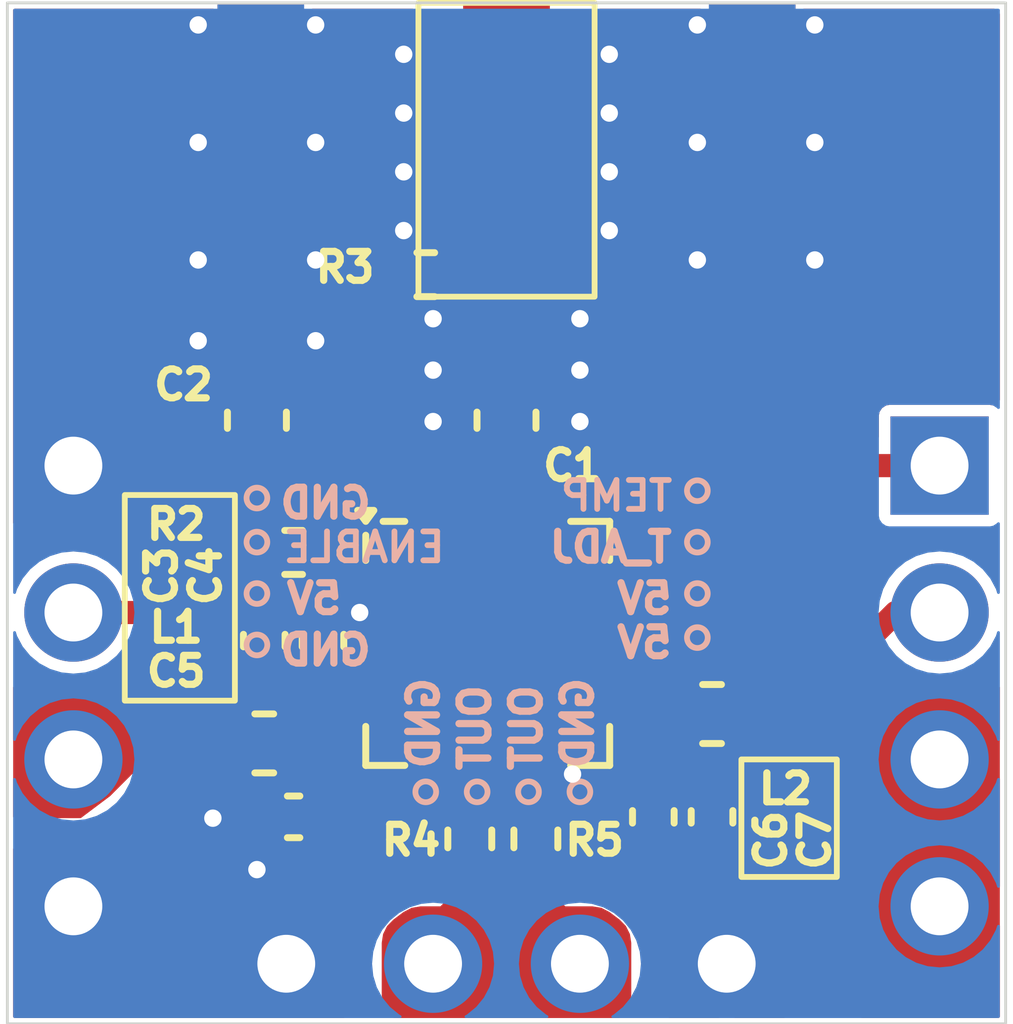
<source format=kicad_pcb>
(kicad_pcb (version 20240108) (generator "pcbnew") (generator_version "8.0")
  (layers (0 "F.Cu" signal) (31 "B.Cu" signal) (34 "B.Paste" user) (35 "F.Paste" user) (36 "B.SilkS" user "B.Silkscreen") (37 "F.SilkS" user "F.Silkscreen") (38 "B.Mask" user) (39 "F.Mask" user) (44 "Edge.Cuts" user))
  (net 0 "")
  (net 1 "Net-(U1-INHI)")
  (net 2 "Net-(J1-In)")
  (net 3 "GNDA")
  (net 4 "Net-(U1-INLO)")
  (net 5 "Net-(C3-Pad2)")
  (net 6 "Net-(U1-CLPF)")
  (net 7 "Net-(U1-VPSO)")
  (net 8 "+5V")
  (net 9 "Net-(U1-ENABLE)")
  (net 10 "ADC1_IN0_DET1")
  (net 11 "Net-(U1-VOUT)")
  (net 12 "T_ADJ_1")
  (net 13 "ADC3_IN3_TEMP")
  (footprint "Resistor_SMD:R_0402_1005Metric" (layer "F.Cu") (at 48.768 30.607 180)
    (property "Reference" "R3" (at 1.397 0.127 180) (layer "F.SilkS") (effects (font (size 0.5 0.5) (thickness 0.125))))
    (property "Value" "R")
    (fp_line (start -0.153641 0.38) (end 0.153641 0.38) (stroke (width 0.12)) (layer "F.SilkS"))
    (fp_line (start -0.153641 -0.38) (end 0.153641 -0.38) (stroke (width 0.12)) (layer "F.SilkS"))
    (pad "1" smd roundrect (at -0.51 0 180) (size 0.54 0.64) (layers "F.Cu" "F.Paste" "F.Mask") (net 2 "Net-(J1-In)"))
    (pad "2" smd roundrect (at 0.51 0 180) (size 0.54 0.64) (layers "F.Cu" "F.Paste" "F.Mask") (net 3 "GNDA"))
  )
  (footprint "Resistor_SMD:R_0402_1005Metric" (layer "F.Cu") (at 46.482 35.409939 180)
    (property "Reference" "R2" (at 2.032 0.484939 180) (layer "F.SilkS") (effects (font (size 0.5 0.5) (thickness 0.125))))
    (property "Value" "R")
    (fp_line (start -0.153641 0.38) (end 0.153641 0.38) (stroke (width 0.12)) (layer "F.SilkS"))
    (fp_line (start -0.153641 -0.38) (end 0.153641 -0.38) (stroke (width 0.12)) (layer "F.SilkS"))
    (pad "1" smd roundrect (at -0.51 0 180) (size 0.54 0.64) (layers "F.Cu" "F.Paste" "F.Mask") (net 9 "Net-(U1-ENABLE)"))
    (pad "2" smd roundrect (at 0.51 0 180) (size 0.54 0.64) (layers "F.Cu" "F.Paste" "F.Mask") (net 5 "Net-(C3-Pad2)"))
  )
  (footprint "Capacitor_SMD:C_0402_1005Metric" (layer "F.Cu") (at 46.99 36.933939 -90)
    (property "Reference" "C4" (at -1.119939 2.032 90) (layer "F.SilkS") (effects (font (size 0.5 0.5) (thickness 0.125))))
    (property "Value" "100p")
    (fp_line (start -0.107836 0.36) (end 0.107836 0.36) (stroke (width 0.12)) (layer "F.SilkS"))
    (fp_line (start -0.107836 -0.36) (end 0.107836 -0.36) (stroke (width 0.12)) (layer "F.SilkS"))
    (pad "1" smd roundrect (at -0.48 0 270) (size 0.56 0.62) (layers "F.Cu" "F.Paste" "F.Mask") (net 3 "GNDA"))
    (pad "2" smd roundrect (at 0.48 0 270) (size 0.56 0.62) (layers "F.Cu" "F.Paste" "F.Mask") (net 5 "Net-(C3-Pad2)"))
  )
  (footprint "Connector_PinHeader_2.54mm:PinHeader_1x04_P2.54mm_Vertical" (layer "F.Cu") (at 46.355 42.521939 90)
    (property "Reference" "REF**" (hide yes))
    (property "Value" "PinHeader_1x04_P2.54mm_Vertical" (hide yes))
    (pad "1" thru_hole rect (at 0 0 90) (size 1.7 1.7) (drill 1) (property pad_prop_castellated) (layers "*.Cu" "*.Mask") (net 3 "GNDA"))
    (pad "2" thru_hole oval (at 0 2.54 90) (size 1.7 1.7) (drill 1) (property pad_prop_castellated) (layers "*.Cu" "*.Mask") (net 10 "ADC1_IN0_DET1"))
    (pad "3" thru_hole oval (at 0 5.08 90) (size 1.7 1.7) (drill 1) (property pad_prop_castellated) (layers "*.Cu" "*.Mask") (net 10 "ADC1_IN0_DET1"))
    (pad "4" thru_hole oval (at 0 7.62 90) (size 1.7 1.7) (drill 1) (property pad_prop_castellated) (layers "*.Cu" "*.Mask") (net 3 "GNDA"))
  )
  (footprint "Capacitor_SMD:C_0402_1005Metric" (layer "F.Cu") (at 45.974 36.933939 -90)
    (property "Reference" "C3" (at -1.119939 1.778 -90) (layer "F.SilkS") (effects (font (size 0.5 0.5) (thickness 0.125))))
    (property "Value" "100p")
    (fp_line (start -0.107836 0.36) (end 0.107836 0.36) (stroke (width 0.12)) (layer "F.SilkS"))
    (fp_line (start -0.107836 -0.36) (end 0.107836 -0.36) (stroke (width 0.12)) (layer "F.SilkS"))
    (pad "1" smd roundrect (at -0.48 0 270) (size 0.56 0.62) (layers "F.Cu" "F.Paste" "F.Mask") (net 3 "GNDA"))
    (pad "2" smd roundrect (at 0.48 0 270) (size 0.56 0.62) (layers "F.Cu" "F.Paste" "F.Mask") (net 5 "Net-(C3-Pad2)"))
  )
  (footprint "Connector_PinHeader_2.54mm:PinHeader_1x04_P2.54mm_Vertical" (layer "F.Cu") (at 42.672 33.909)
    (property "Reference" "REF**" (hide yes))
    (property "Value" "PinHeader_1x04_P2.54mm_Vertical" (hide yes))
    (pad "1" thru_hole rect (at 0 0) (size 1.7 1.7) (drill 1) (property pad_prop_castellated) (layers "*.Cu" "*.Mask") (net 3 "GNDA"))
    (pad "2" thru_hole oval (at 0 2.54) (size 1.7 1.7) (drill 1) (property pad_prop_castellated) (layers "*.Cu" "*.Mask") (net 5 "Net-(C3-Pad2)"))
    (pad "3" thru_hole oval (at 0 5.08) (size 1.7 1.7) (drill 1) (property pad_prop_castellated) (layers "*.Cu" "*.Mask") (net 8 "+5V"))
    (pad "4" thru_hole oval (at 0 7.62) (size 1.7 1.7) (drill 1) (property pad_prop_castellated) (layers "*.Cu" "*.Mask") (net 3 "GNDA"))
  )
  (footprint "Inductor_SMD:L_0603_1608Metric" (layer "F.Cu") (at 45.974 38.711939)
    (property "Reference" "L1" (at -1.524 -2.008939 0) (layer "F.SilkS") (effects (font (size 0.5 0.5) (thickness 0.125))))
    (property "Value" "2n2")
    (fp_line (start -0.162779 -0.51) (end 0.162779 -0.51) (stroke (width 0.12)) (layer "F.SilkS"))
    (fp_line (start -0.162779 0.51) (end 0.162779 0.51) (stroke (width 0.12)) (layer "F.SilkS"))
    (pad "1" smd roundrect (at -0.7875 0) (size 0.875 0.95) (layers "F.Cu" "F.Paste" "F.Mask") (net 8 "+5V"))
    (pad "2" smd roundrect (at 0.7875 0) (size 0.875 0.95) (layers "F.Cu" "F.Paste" "F.Mask") (net 5 "Net-(C3-Pad2)"))
  )
  (footprint "Capacitor_SMD:C_0402_1005Metric" (layer "F.Cu") (at 53.721 39.981939 90)
    (property "Reference" "C7" (at -0.404061 1.778 -90) (layer "F.SilkS") (effects (font (size 0.5 0.5) (thickness 0.125))))
    (property "Value" "100p")
    (fp_line (start -0.107836 -0.36) (end 0.107836 -0.36) (stroke (width 0.12)) (layer "F.SilkS"))
    (fp_line (start -0.107836 0.36) (end 0.107836 0.36) (stroke (width 0.12)) (layer "F.SilkS"))
    (pad "1" smd roundrect (at -0.48 0 90) (size 0.56 0.62) (layers "F.Cu" "F.Paste" "F.Mask") (net 3 "GNDA"))
    (pad "2" smd roundrect (at 0.48 0 90) (size 0.56 0.62) (layers "F.Cu" "F.Paste" "F.Mask") (net 7 "Net-(U1-VPSO)"))
  )
  (footprint "Resistor_SMD:R_0402_1005Metric" (layer "F.Cu") (at 50.673 40.362939 -90)
    (property "Reference" "R5" (at 0.023061 -1.016 180) (layer "F.SilkS") (effects (font (size 0.5 0.5) (thickness 0.125))))
    (property "Value" "R")
    (fp_line (start -0.153641 0.38) (end 0.153641 0.38) (stroke (width 0.12)) (layer "F.SilkS"))
    (fp_line (start -0.153641 -0.38) (end 0.153641 -0.38) (stroke (width 0.12)) (layer "F.SilkS"))
    (pad "1" smd roundrect (at -0.51 0 270) (size 0.54 0.64) (layers "F.Cu" "F.Paste" "F.Mask") (net 3 "GNDA"))
    (pad "2" smd roundrect (at 0.51 0 270) (size 0.54 0.64) (layers "F.Cu" "F.Paste" "F.Mask") (net 10 "ADC1_IN0_DET1"))
  )
  (footprint "Connector_Coaxial:SMA_Amphenol_132289_EdgeMount" (layer "F.Cu") (at 50.165 28.4765 90)
    (property "Reference" "J1" (hide yes))
    (property "Value" "SMA" (hide yes))
    (pad "1" smd rect (at 0 0 180) (size 1.5 5.08) (layers "F.Cu" "F.Paste" "F.Mask") (net 2 "Net-(J1-In)"))
    (pad "2" smd rect (at 0 -4.25 180) (size 1.5 5.08) (layers "F.Cu" "F.Paste" "F.Mask") (net 3 "GNDA"))
    (pad "2" smd rect (at 0 -4.25 180) (size 1.5 5.08) (layers "B.Cu" "B.Paste" "B.Mask") (net 3 "GNDA"))
    (pad "2" smd rect (at 0 4.25 180) (size 1.5 5.08) (layers "F.Cu" "F.Paste" "F.Mask") (net 3 "GNDA"))
    (pad "2" smd rect (at 0 4.25 180) (size 1.5 5.08) (layers "B.Cu" "B.Paste" "B.Mask") (net 3 "GNDA"))
  )
  (footprint "Capacitor_SMD:C_0603_1608Metric" (layer "F.Cu") (at 45.847 33.123939 -90)
    (property "Reference" "C2" (at -0.611939 1.27 180) (layer "F.SilkS") (effects (font (size 0.5 0.5) (thickness 0.125))))
    (property "Value" "1n")
    (fp_line (start -0.14058 0.51) (end 0.14058 0.51) (stroke (width 0.12)) (layer "F.SilkS"))
    (fp_line (start -0.14058 -0.51) (end 0.14058 -0.51) (stroke (width 0.12)) (layer "F.SilkS"))
    (pad "1" smd roundrect (at -0.775 0 270) (size 0.9 0.95) (layers "F.Cu" "F.Paste" "F.Mask") (net 3 "GNDA"))
    (pad "2" smd roundrect (at 0.775 0 270) (size 0.9 0.95) (layers "F.Cu" "F.Paste" "F.Mask") (net 4 "Net-(U1-INLO)"))
  )
  (footprint "Capacitor_SMD:C_0402_1005Metric" (layer "F.Cu") (at 52.705 39.981939 90)
    (property "Reference" "C6" (at -0.404061 2.032 -90) (layer "F.SilkS") (effects (font (size 0.5 0.5) (thickness 0.125) (bold yes))))
    (property "Value" "100p")
    (fp_line (start -0.107836 -0.36) (end 0.107836 -0.36) (stroke (width 0.12)) (layer "F.SilkS"))
    (fp_line (start -0.107836 0.36) (end 0.107836 0.36) (stroke (width 0.12)) (layer "F.SilkS"))
    (pad "1" smd roundrect (at -0.48 0 90) (size 0.56 0.62) (layers "F.Cu" "F.Paste" "F.Mask") (net 3 "GNDA"))
    (pad "2" smd roundrect (at 0.48 0 90) (size 0.56 0.62) (layers "F.Cu" "F.Paste" "F.Mask") (net 7 "Net-(U1-VPSO)"))
  )
  (footprint "Package_LGA:LGA-16_4x4mm_P0.65mm_LayoutBorder4x4y" (layer "F.Cu") (at 49.84 36.982939)
    (property "Reference" "U1" (hide yes))
    (property "Value" "AD8318")
    (fp_line (start -2.11 -1.435) (end -2.11 -1.87) (stroke (width 0.12)) (layer "F.SilkS"))
    (fp_line (start -2.11 2.11) (end -2.11 1.435) (stroke (width 0.12)) (layer "F.SilkS"))
    (fp_line (start -1.435 -2.11) (end -1.81 -2.11) (stroke (width 0.12)) (layer "F.SilkS"))
    (fp_line (start -1.435 2.11) (end -2.11 2.11) (stroke (width 0.12)) (layer "F.SilkS"))
    (fp_line (start 1.435 -2.11) (end 2.11 -2.11) (stroke (width 0.12)) (layer "F.SilkS"))
    (fp_line (start 1.435 2.11) (end 2.11 2.11) (stroke (width 0.12)) (layer "F.SilkS"))
    (fp_line (start 2.11 -2.11) (end 2.11 -1.435) (stroke (width 0.12)) (layer "F.SilkS"))
    (fp_line (start 2.11 2.11) (end 2.11 1.435) (stroke (width 0.12)) (layer "F.SilkS"))
    (fp_poly (pts (xy -2.11 -2.11) (xy -2.25 -2.3) (xy -1.97 -2.3) (xy -2.11 -2.11)) (stroke (width 0.12)) (fill solid) (layer "F.SilkS"))
    (pad "1" smd roundrect (at -1.7 -0.975) (size 0.55 0.4) (layers "F.Cu" "F.Paste" "F.Mask") (net 3 "GNDA"))
    (pad "2" smd roundrect (at -1.7 -0.325) (size 0.55 0.4) (layers "F.Cu" "F.Paste" "F.Mask") (net 3 "GNDA"))
    (pad "3" smd roundrect (at -1.7 0.325) (size 0.55 0.4) (layers "F.Cu" "F.Paste" "F.Mask") (net 5 "Net-(C3-Pad2)"))
    (pad "4" smd roundrect (at -1.7 0.975) (size 0.55 0.4) (layers "F.Cu" "F.Paste" "F.Mask") (net 5 "Net-(C3-Pad2)"))
    (pad "5" smd roundrect (at -0.975 1.7) (size 0.4 0.55) (layers "F.Cu" "F.Paste" "F.Mask") (net 6 "Net-(U1-CLPF)"))
    (pad "6" smd roundrect (at -0.325 1.7) (size 0.4 0.55) (layers "F.Cu" "F.Paste" "F.Mask") (net 11 "Net-(U1-VOUT)"))
    (pad "7" smd roundrect (at 0.325 1.7) (size 0.4 0.55) (layers "F.Cu" "F.Paste" "F.Mask") (net 11 "Net-(U1-VOUT)"))
    (pad "8" smd roundrect (at 0.975 1.7) (size 0.4 0.55) (layers "F.Cu" "F.Paste" "F.Mask") (net 3 "GNDA"))
    (pad "9" smd roundrect (at 1.7 0.975) (size 0.55 0.4) (layers "F.Cu" "F.Paste" "F.Mask") (net 7 "Net-(U1-VPSO)"))
    (pad "10" smd roundrect (at 1.7 0.325) (size 0.55 0.4) (layers "F.Cu" "F.Paste" "F.Mask") (net 12 "T_ADJ_1"))
    (pad "11" smd roundrect (at 1.7 -0.325) (size 0.55 0.4) (layers "F.Cu" "F.Paste" "F.Mask") (net 3 "GNDA"))
    (pad "12" smd roundrect (at 1.7 -0.975) (size 0.55 0.4) (layers "F.Cu" "F.Paste" "F.Mask") (net 3 "GNDA"))
    (pad "13" smd roundrect (at 0.975 -1.7) (size 0.4 0.55) (layers "F.Cu" "F.Paste" "F.Mask") (net 13 "ADC3_IN3_TEMP"))
    (pad "14" smd roundrect (at 0.325 -1.7) (size 0.4 0.55) (layers "F.Cu" "F.Paste" "F.Mask") (net 1 "Net-(U1-INHI)"))
    (pad "15" smd roundrect (at -0.325 -1.7) (size 0.4 0.55) (layers "F.Cu" "F.Paste" "F.Mask") (net 4 "Net-(U1-INLO)"))
    (pad "16" smd roundrect (at -0.975 -1.7) (size 0.4 0.55) (layers "F.Cu" "F.Paste" "F.Mask") (net 9 "Net-(U1-ENABLE)"))
  )
  (footprint "Inductor_SMD:L_0603_1608Metric" (layer "F.Cu") (at 53.721 38.203939 180)
    (property "Reference" "L2" (at -1.27 -1.293061 180) (layer "F.SilkS") (effects (font (size 0.5 0.5) (thickness 0.125))))
    (property "Value" "2n2")
    (fp_line (start -0.162779 0.51) (end 0.162779 0.51) (stroke (width 0.12)) (layer "F.SilkS"))
    (fp_line (start -0.162779 -0.51) (end 0.162779 -0.51) (stroke (width 0.12)) (layer "F.SilkS"))
    (pad "1" smd roundrect (at -0.7875 0 180) (size 0.875 0.95) (layers "F.Cu" "F.Paste" "F.Mask") (net 8 "+5V"))
    (pad "2" smd roundrect (at 0.7875 0 180) (size 0.875 0.95) (layers "F.Cu" "F.Paste" "F.Mask") (net 7 "Net-(U1-VPSO)"))
  )
  (footprint "Resistor_SMD:R_0402_1005Metric" (layer "F.Cu") (at 49.53 40.362939 -90)
    (property "Reference" "R4" (at 0.023061 1.016 180) (layer "F.SilkS") (effects (font (size 0.5 0.5) (thickness 0.125))))
    (property "Value" "R")
    (fp_line (start -0.153641 0.38) (end 0.153641 0.38) (stroke (width 0.12)) (layer "F.SilkS"))
    (fp_line (start -0.153641 -0.38) (end 0.153641 -0.38) (stroke (width 0.12)) (layer "F.SilkS"))
    (pad "1" smd roundrect (at -0.51 0 270) (size 0.54 0.64) (layers "F.Cu" "F.Paste" "F.Mask") (net 11 "Net-(U1-VOUT)"))
    (pad "2" smd roundrect (at 0.51 0 270) (size 0.54 0.64) (layers "F.Cu" "F.Paste" "F.Mask") (net 10 "ADC1_IN0_DET1"))
  )
  (footprint "Connector_PinHeader_2.54mm:PinHeader_1x04_P2.54mm_Vertical" (layer "F.Cu") (at 57.658 33.909)
    (property "Reference" "REF**" (hide yes))
    (property "Value" "PinHeader_1x04_P2.54mm_Vertical" (hide yes))
    (pad "1" thru_hole rect (at 0 0) (size 1.7 1.7) (drill 1) (property pad_prop_castellated) (layers "*.Cu" "*.Mask") (net 13 "ADC3_IN3_TEMP"))
    (pad "2" thru_hole oval (at 0 2.54) (size 1.7 1.7) (drill 1) (property pad_prop_castellated) (layers "*.Cu" "*.Mask") (net 12 "T_ADJ_1"))
    (pad "3" thru_hole oval (at 0 5.08) (size 1.7 1.7) (drill 1) (property pad_prop_castellated) (layers "*.Cu" "*.Mask") (net 8 "+5V"))
    (pad "4" thru_hole oval (at 0 7.62) (size 1.7 1.7) (drill 1) (property pad_prop_castellated) (layers "*.Cu" "*.Mask") (net 8 "+5V"))
  )
  (footprint "Capacitor_SMD:C_0603_1608Metric" (layer "F.Cu") (at 50.165 33.123939 -90)
    (property "Reference" "C1" (at 0.785061 -1.143 180) (layer "F.SilkS") (effects (font (size 0.5 0.5) (thickness 0.125))))
    (property "Value" "1n")
    (fp_line (start -0.14058 0.51) (end 0.14058 0.51) (stroke (width 0.12)) (layer "F.SilkS"))
    (fp_line (start -0.14058 -0.51) (end 0.14058 -0.51) (stroke (width 0.12)) (layer "F.SilkS"))
    (pad "1" smd roundrect (at -0.775 0 270) (size 0.9 0.95) (layers "F.Cu" "F.Paste" "F.Mask") (net 2 "Net-(J1-In)"))
    (pad "2" smd roundrect (at 0.775 0 270) (size 0.9 0.95) (layers "F.Cu" "F.Paste" "F.Mask") (net 1 "Net-(U1-INHI)"))
  )
  (footprint "Capacitor_SMD:C_0402_1005Metric" (layer "F.Cu") (at 46.482 39.981939)
    (property "Reference" "C5" (at -2.032 -2.516939 0) (layer "F.SilkS") (effects (font (size 0.5 0.5) (thickness 0.125))))
    (property "Value" "C")
    (fp_line (start -0.107836 -0.36) (end 0.107836 -0.36) (stroke (width 0.12)) (layer "F.SilkS"))
    (fp_line (start -0.107836 0.36) (end 0.107836 0.36) (stroke (width 0.12)) (layer "F.SilkS"))
    (pad "1" smd roundrect (at -0.48 0) (size 0.56 0.62) (layers "F.Cu" "F.Paste" "F.Mask") (net 3 "GNDA"))
    (pad "2" smd roundrect (at 0.48 0) (size 0.56 0.62) (layers "F.Cu" "F.Paste" "F.Mask") (net 6 "Net-(U1-CLPF)"))
  )
  (gr_circle (center 45.847 35.231605) (end 45.974 35.358605) (stroke (width 0.1)) (fill none) (layer "B.SilkS"))
  (gr_circle (center 48.768 39.549605) (end 48.641 39.676605) (stroke (width 0.1)) (fill none) (layer "B.SilkS"))
  (gr_circle (center 53.467 36.120605) (end 53.34 36.247605) (stroke (width 0.1)) (fill none) (layer "B.SilkS"))
  (gr_circle (center 50.546 39.549605) (end 50.419 39.676605) (stroke (width 0.1)) (fill none) (layer "B.SilkS"))
  (gr_circle (center 45.847 34.469605) (end 45.974 34.596605) (stroke (width 0.1)) (fill none) (layer "B.SilkS"))
  (gr_circle (center 45.847 36.120605) (end 45.974 36.247605) (stroke (width 0.1)) (fill none) (layer "B.SilkS"))
  (gr_circle (center 49.657 39.549605) (end 49.53 39.676605) (stroke (width 0.1)) (fill none) (layer "B.SilkS"))
  (gr_circle (center 51.435 39.549605) (end 51.308 39.676605) (stroke (width 0.1)) (fill none) (layer "B.SilkS"))
  (gr_circle (center 53.467 34.342605) (end 53.34 34.469605) (stroke (width 0.1)) (fill none) (layer "B.SilkS"))
  (gr_circle (center 45.847 37.009605) (end 45.974 37.136605) (stroke (width 0.1)) (fill none) (layer "B.SilkS"))
  (gr_circle (center 53.467 35.231605) (end 53.34 35.358605) (stroke (width 0.1)) (fill none) (layer "B.SilkS"))
  (gr_circle (center 53.467 36.882605) (end 53.34 37.009605) (stroke (width 0.1)) (fill none) (layer "B.SilkS"))
  (gr_rect (start 54.229 38.989) (end 55.88 41.021) (stroke (width 0.1)) (fill none) (layer "F.SilkS"))
  (gr_rect (start 43.561 34.417) (end 45.466 37.973) (stroke (width 0.1)) (fill none) (layer "F.SilkS"))
  (gr_rect (start 48.641 25.908) (end 51.689 30.988) (stroke (width 0.1)) (fill none) (layer "F.SilkS"))
  (gr_rect (start 41.529 25.908) (end 58.801 43.561) (stroke (width 0.05)) (fill none) (layer "Edge.Cuts"))
  (gr_text "5V" (at 53.086 37.263605 -0) (layer "B.SilkS") (effects (font (size 0.5 0.5) (thickness 0.125) (bold yes)) (justify left bottom mirror)))
  (gr_text "OUT" (at 50.8 37.644605 90) (layer "B.SilkS") (effects (font (size 0.5 0.5) (thickness 0.125) (bold yes)) (justify left bottom mirror)))
  (gr_text "5V" (at 53.086 36.501605 -0) (layer "B.SilkS") (effects (font (size 0.5 0.5) (thickness 0.125) (bold yes)) (justify left bottom mirror)))
  (gr_text "OUT" (at 49.911 37.644605 90) (layer "B.SilkS") (effects (font (size 0.5 0.5) (thickness 0.125) (bold yes)) (justify left bottom mirror)))
  (gr_text "GND" (at 47.879 37.390605 -0) (layer "B.SilkS") (effects (font (size 0.5 0.5) (thickness 0.125) (bold yes)) (justify left bottom mirror)))
  (gr_text "GND" (at 49.022 37.517605 90) (layer "B.SilkS") (effects (font (size 0.5 0.5) (thickness 0.125) (bold yes)) (justify left bottom mirror)))
  (gr_text "GND" (at 51.689 37.517605 90) (layer "B.SilkS") (effects (font (size 0.5 0.5) (thickness 0.125) (bold yes)) (justify left bottom mirror)))
  (gr_text "5V" (at 47.371 36.501605 -0) (layer "B.SilkS") (effects (font (size 0.5 0.5) (thickness 0.125) (bold yes)) (justify left bottom mirror)))
  (gr_text "GND" (at 47.879 34.850605 -0) (layer "B.SilkS") (effects (font (size 0.5 0.5) (thickness 0.125) (bold yes)) (justify left bottom mirror)))
  (gr_text "TEMP" (at 53.086 34.723605 -0) (layer "B.SilkS") (effects (font (size 0.5 0.5) (thickness 0.1) (bold yes)) (justify left bottom mirror)))
  (gr_text "T_ADJ" (at 53.086 35.612605 -0) (layer "B.SilkS") (effects (font (size 0.5 0.5) (thickness 0.125) (bold yes)) (justify left bottom mirror)))
  (gr_text "ENABLE" (at 49.149 35.612605 0) (layer "B.SilkS") (effects (font (size 0.5 0.5) (thickness 0.1)) (justify left bottom mirror)))
  (segment (start 50.165 33.898939) (end 50.165 35.282939) (width 0.484441) (layer "F.Cu") (net 1))
  (segment (start 50.165 28.4765) (end 50.165 31.75) (width 1.26833) (layer "F.Cu") (net 2))
  (segment (start 54.415 28.4765) (end 54.415 29.913) (width 0.2) (layer "F.Cu") (net 3))
  (segment (start 46.609 32.766) (end 46.264061 32.766) (width 0.2) (layer "F.Cu") (net 3))
  (segment (start 54.415 29.65) (end 54.61 29.845) (width 0.2) (layer "F.Cu") (net 3))
  (segment (start 42.11 32.566) (end 42.291 32.385) (width 0.2) (layer "F.Cu") (net 3))
  (segment (start 54.737 30.861) (end 55.499 30.861) (width 0.2) (layer "F.Cu") (net 3))
  (segment (start 54.415 30.285) (end 54.483 30.353) (width 0.2) (layer "F.Cu") (net 3))
  (segment (start 54.991 30.861) (end 54.991 31.369) (width 0.2) (layer "F.Cu") (net 3))
  (segment (start 45.915 28.135) (end 45.593 27.813) (width 0.2) (layer "F.Cu") (net 3))
  (segment (start 45.085 32.639) (end 45.556939 32.639) (width 0.2) (layer "F.Cu") (net 3))
  (segment (start 45.556939 32.639) (end 45.847 32.348939) (width 0.2) (layer "F.Cu") (net 3))
  (segment (start 54.415 30.285) (end 54.991 30.861) (width 0.2) (layer "F.Cu") (net 3))
  (segment (start 45.915 30.294) (end 46.482 30.861) (width 0.2) (layer "F.Cu") (net 3))
  (segment (start 45.593 26.797) (end 44.831 26.797) (width 0.2) (layer "F.Cu") (net 3))
  (segment (start 45.7485 28.4765) (end 45.593 28.321) (width 0.2) (layer "F.Cu") (net 3))
  (segment (start 54.61 27.305) (end 55.499 27.305) (width 0.2) (layer "F.Cu") (net 3))
  (segment (start 54.415 28.4765) (end 54.415 26.611) (width 0.2) (layer "F.Cu") (net 3))
  (segment (start 54.415 27.5) (end 54.61 27.305) (width 0.2) (layer "F.Cu") (net 3))
  (segment (start 54.415 28.507) (end 54.864 28.956) (width 0.2) (layer "F.Cu") (net 3))
  (segment (start 45.593 30.353) (end 44.831 30.353) (width 0.2) (layer "F.Cu") (net 3))
  (segment (start 54.483 30.353) (end 55.499 30.353) (width 0.2) (layer "F.Cu") (net 3))
  (segment (start 45.915 30.04) (end 46.228 30.353) (width 0.2) (layer "F.Cu") (net 3))
  (segment (start 54.737 26.289) (end 55.499 26.289) (width 0.2) (layer "F.Cu") (net 3))
  (segment (start 54.415 26.611) (end 54.737 26.289) (width 0.2) (layer "F.Cu") (net 3))
  (segment (start 53.975 28.321) (end 53.467 28.321) (width 0.2) (layer "F.Cu") (net 3))
  (segment (start 54.415 28.4765) (end 54.415 26.348) (width 0.2) (layer "F.Cu") (net 3))
  (segment (start 54.415 30.294) (end 53.975 30.734) (width 0.2) (layer "F.Cu") (net 3))
  (segment (start 46.863 32.766) (end 46.736 32.893) (width 0.2) (layer "F.Cu") (net 3))
  (segment (start 45.915 27.119) (end 45.593 26.797) (width 0.2) (layer "F.Cu") (net 3))
  (segment (start 46.482 30.861) (end 46.863 30.861) (width 0.2) (layer "F.Cu") (net 3))
  (segment (start 45.72 27.305) (end 44.831 27.305) (width 0.2) (layer "F.Cu") (net 3))
  (segment (start 54.415 28.4765) (end 54.415 26.992) (width 0.2) (layer "F.Cu") (net 3))
  (segment (start 46.101 26.797) (end 46.863 26.797) (width 0.2) (layer "F.Cu") (net 3))
  (segment (start 54.61 26.797) (end 55.499 26.797) (width 0.2) (layer "F.Cu") (net 3))
  (segment (start 43.815 32.385) (end 43.815 32.766) (width 0.2) (layer "F.Cu") (net 3))
  (segment (start 46.101 28.829) (end 46.863 28.829) (width 0.2) (layer "F.Cu") (net 3))
  (segment (start 45.915 26.475) (end 46.101 26.289) (width 0.2) (layer "F.Cu") (net 3))
  (segment (start 54.102 29.337) (end 53.467 29.337) (width 0.2) (layer "F.Cu") (net 3))
  (segment (start 54.737 28.321) (end 55.499 28.321) (width 0.2) (layer "F.Cu") (net 3))
  (segment (start 45.915 28.4765) (end 45.915 27.491) (width 0.2) (layer "F.Cu") (net 3))
  (segment (start 54.415 28.253) (end 53.975 27.813) (width 0.2) (layer "F.Cu") (net 3))
  (segment (start 45.915 29.65) (end 45.72 29.845) (width 0.2) (layer "F.Cu") (net 3))
  (segment (start 54.415 28.4765) (end 54.415 29.024) (width 0.2) (layer "F.Cu") (net 3))
  (segment (start 45.915 30.421) (end 46.101 30.607) (width 0.2) (layer "F.Cu") (net 3))
  (segment (start 46.355 42.521939) (end 46.002 42.168939) (width 0.4) (layer "F.Cu") (net 3))
  (segment (start 45.915 28.4765) (end 45.915 26.983) (width 0.2) (layer "F.Cu") (net 3))
  (segment (start 45.915 28.4765) (end 45.915 29.65) (width 0.2) (layer "F.Cu") (net 3))
  (segment (start 45.915 28.4765) (end 45.915 30.421) (width 0.2) (layer "F.Cu") (net 3))
  (segment (start 54.415 28.4765) (end 54.415 30.294) (width 0.2) (layer "F.Cu") (net 3))
  (segment (start 46.736 32.893) (end 46.609 32.766) (width 0.2) (layer "F.Cu") (net 3))
  (segment (start 46.355 29.337) (end 46.863 29.337) (width 0.2) (layer "F.Cu") (net 3))
  (segment (start 54.61 29.845) (end 55.499 29.845) (width 0.2) (layer "F.Cu") (net 3))
  (segment (start 54.415 28.4765) (end 54.415 28.008) (width 0.2) (layer "F.Cu") (net 3))
  (segment (start 45.974 27.813) (end 46.863 27.813) (width 0.2) (layer "F.Cu") (net 3))
  (segment (start 54.415 28.4765) (end 54.1305 28.4765) (width 0.2) (layer "F.Cu") (net 3))
  (segment (start 45.915 27.491) (end 46.101 27.305) (width 0.2) (layer "F.Cu") (net 3))
  (segment (start 44.831 28.829) (end 45.5625 28.829) (width 0.2) (layer "F.Cu") (net 3))
  (segment (start 54.356 26.289) (end 53.467 26.289) (width 0.2) (layer "F.Cu") (net 3))
  (segment (start 45.915 28.4765) (end 45.7485 28.4765) (width 0.2) (layer "F.Cu") (net 3))
  (segment (start 45.915 28.4765) (end 45.72 28.6715) (width 0.2) (layer "F.Cu") (net 3))
  (segment (start 54.415 29.659) (end 54.229 29.845) (width 0.2) (layer "F.Cu") (net 3))
  (segment (start 45.915 28.643) (end 46.101 28.829) (width 0.2) (layer "F.Cu") (net 3))
  (segment (start 54.415 29.913) (end 53.975 30.353) (width 0.2) (layer "F.Cu") (net 3))
  (segment (start 46.101 29.845) (end 46.863 29.845) (width 0.2) (layer "F.Cu") (net 3))
  (segment (start 45.915 30.285) (end 45.339 30.861) (width 0.2) (layer "F.Cu") (net 3))
  (segment (start 54.415 26.348) (end 54.356 26.289) (width 0.2) (layer "F.Cu") (net 3))
  (segment (start 45.593 28.321) (end 44.831 28.321) (width 0.2) (layer "F.Cu") (net 3))
  (segment (start 54.61 29.464) (end 54.737 29.337) (width 0.2) (layer "F.Cu") (net 3))
  (segment (start 54.415 28.4765) (end 54.415 30.539) (width 0.2) (layer "F.Cu") (net 3))
  (segment (start 54.415 28.4765) (end 54.415 27.5) (width 0.2) (layer "F.Cu") (net 3))
  (segment (start 54.1305 28.4765) (end 53.975 28.321) (width 0.2) (layer "F.Cu") (net 3))
  (segment (start 45.915 28.4765) (end 45.915 29.913) (width 0.2) (layer "F.Cu") (net 3))
  (segment (start 53.975 27.813) (end 53.467 27.813) (width 0.2) (layer "F.Cu") (net 3))
  (segment (start 54.415 28.4765) (end 54.415 29.65) (width 0.2) (layer "F.Cu") (net 3))
  (segment (start 54.415 29.024) (end 54.102 29.337) (width 0.2) (layer "F.Cu") (net 3))
  (segment (start 54.415 28.4765) (end 54.415 30.285) (width 0.2) (layer "F.Cu") (net 3))
  (segment (start 46.264061 32.766) (end 45.847 32.348939) (width 0.2) (layer "F.Cu") (net 3))
  (segment (start 54.415 26.992) (end 54.61 26.797) (width 0.2) (layer "F.Cu") (net 3))
  (segment (start 45.915 27.5) (end 45.72 27.305) (width 0.2) (layer "F.Cu") (net 3))
  (segment (start 54.415 28.4765) (end 54.415 29.269) (width 0.2) (layer "F.Cu") (net 3))
  (segment (start 46.228 30.353) (end 46.863 30.353) (width 0.2) (layer "F.Cu") (net 3))
  (segment (start 45.915 28.4765) (end 45.915 26.611) (width 0.2) (layer "F.Cu") (net 3))
  (segment (start 45.72 28.6715) (end 45.72 29.337) (width 0.2) (layer "F.Cu") (net 3))
  (segment (start 42.545 33.274) (end 42.11 33.709) (width 0.2) (layer "F.Cu") (net 3))
  (segment (start 45.915 26.983) (end 46.101 26.797) (width 0.2) (layer "F.Cu") (net 3))
  (segment (start 45.915 28.897) (end 46.355 29.337) (width 0.2) (layer "F.Cu") (net 3))
  (segment (start 45.915 28.4765) (end 45.915 28.135) (width 0.2) (layer "F.Cu") (net 3))
  (segment (start 45.915 27.872) (end 45.974 27.813) (width 0.2) (layer "F.Cu") (net 3))
  (segment (start 45.339 30.226) (end 45.339 31.369) (width 0.2) (layer "F.Cu") (net 3))
  (segment (start 54.415 27.618) (end 54.102 27.305) (width 0.2) (layer "F.Cu") (net 3))
  (segment (start 45.915 28.4765) (end 45.915 26.475) (width 0.2) (layer "F.Cu") (net 3))
  (segment (start 45.5625 28.829) (end 45.915 28.4765) (width 0.2) (layer "F.Cu") (net 3))
  (segment (start 45.72 29.845) (end 44.831 29.845) (width 0.2) (layer "F.Cu") (net 3))
  (segment (start 45.915 28.4765) (end 45.915 27.5) (width 0.2) (layer "F.Cu") (net 3))
  (segment (start 46.101 27.305) (end 46.863 27.305) (width 0.2) (layer "F.Cu") (net 3))
  (segment (start 53.975 28.829) (end 53.467 28.829) (width 0.2) (layer "F.Cu") (net 3))
  (segment (start 54.3275 28.4765) (end 53.975 28.829) (width 0.2) (layer "F.Cu") (net 3))
  (segment (start 54.864 28.956) (end 54.991 28.829) (width 0.2) (layer "F.Cu") (net 3))
  (segment (start 53.975 30.734) (end 53.975 31.369) (width 0.2) (layer "F.Cu") (net 3))
  (segment (start 43.307 33.274) (end 42.545 33.274) (width 0.2) (layer "F.Cu") (net 3))
  (segment (start 54.102 30.861) (end 53.467 30.861) (width 0.2) (layer "F.Cu") (net 3))
  (segment (start 46.863 32.385) (end 46.863 32.766) (width 0.2) (layer "F.Cu") (net 3))
  (segment (start 45.915 30.031) (end 45.593 30.353) (width 0.2) (layer "F.Cu") (net 3))
  (segment (start 45.915 29.65) (end 45.339 30.226) (width 0.2) (layer "F.Cu") (net 3))
  (segment (start 45.915 28.4765) (end 45.915 30.294) (width 0.2) (layer "F.Cu") (net 3))
  (segment (start 54.415 28.4765) (end 54.3275 28.4765) (width 0.2) (layer "F.Cu") (net 3))
  (segment (start 54.102 26.797) (end 53.467 26.797) (width 0.2) (layer "F.Cu") (net 3))
  (segment (start 54.415 28.008) (end 54.61 27.813) (width 0.2) (layer "F.Cu") (net 3))
  (segment (start 54.415 28.4765) (end 54.415 28.507) (width 0.2) (layer "F.Cu") (net 3))
  (segment (start 45.339 30.861) (end 44.831 30.861) (width 0.2) (layer "F.Cu") (net 3))
  (segment (start 45.915 28.4765) (end 45.915 28.897) (width 0.2) (layer "F.Cu") (net 3))
  (segment (start 45.593 27.813) (end 44.831 27.813) (width 0.2) (layer "F.Cu") (net 3))
  (segment (start 54.415 28.4765) (end 54.415 27.11) (width 0.2) (layer "F.Cu") (net 3))
  (segment (start 45.915 26.611) (end 45.593 26.289) (width 0.2) (layer "F.Cu") (net 3))
  (segment (start 45.72 29.337) (end 44.831 29.337) (width 0.2) (layer "F.Cu") (net 3))
  (segment (start 54.415 28.4765) (end 54.415 30.548) (width 0.2) (layer "F.Cu") (net 3))
  (segment (start 54.5815 28.4765) (end 54.737 28.321) (width 0.2) (layer "F.Cu") (net 3))
  (segment (start 53.975 30.353) (end 53.467 30.353) (width 0.2) (layer "F.Cu") (net 3))
  (segment (start 54.415 30.548) (end 54.102 30.861) (width 0.2) (layer "F.Cu") (net 3))
  (segment (start 45.915 28.4765) (end 45.915 29.659) (width 0.2) (layer "F.Cu") (net 3))
  (segment (start 45.915 29.913) (end 46.355 30.353) (width 0.2) (layer "F.Cu") (net 3))
  (segment (start 54.415 30.539) (end 54.737 30.861) (width 0.2) (layer "F.Cu") (net 3))
  (segment (start 46.101 26.289) (end 46.863 26.289) (width 0.2) (layer "F.Cu") (net 3))
  (segment (start 45.593 26.289) (end 44.831 26.289) (width 0.2) (layer "F.Cu") (net 3))
  (segment (start 45.915 29.659) (end 46.101 29.845) (width 0.2) (layer "F.Cu") (net 3))
  (segment (start 43.815 32.766) (end 42.672 33.909) (width 0.2) (layer "F.Cu") (net 3))
  (segment (start 46.355 30.353) (end 46.355 31.369) (width 0.2) (layer "F.Cu") (net 3))
  (segment (start 54.415 28.4765) (end 54.415 27.618) (width 0.2) (layer "F.Cu") (net 3))
  (segment (start 54.737 29.337) (end 55.499 29.337) (width 0.2) (layer "F.Cu") (net 3))
  (segment (start 54.229 29.845) (end 53.467 29.845) (width 0.2) (layer "F.Cu") (net 3))
  (segment (start 54.61 27.813) (end 55.499 27.813) (width 0.2) (layer "F.Cu") (net 3))
  (segment (start 54.415 28.4765) (end 54.415 29.659) (width 0.2) (layer "F.Cu") (net 3))
  (segment (start 54.102 27.305) (end 53.467 27.305) (width 0.2) (layer "F.Cu") (net 3))
  (segment (start 45.915 28.4765) (end 45.915 27.119) (width 0.2) (layer "F.Cu") (net 3))
  (segment (start 54.415 28.4765) (end 54.5815 28.4765) (width 0.2) (layer "F.Cu") (net 3))
  (segment (start 42.11 33.709) (end 42.11 32.566) (width 0.2) (layer "F.Cu") (net 3))
  (segment (start 45.915 28.4765) (end 45.915 28.643) (width 0.2) (layer "F.Cu") (net 3))
  (segment (start 45.915 32.280939) (end 45.847 32.348939) (width 0.484441) (layer "F.Cu") (net 3))
  (segment (start 45.915 28.4765) (end 45.915 27.872) (width 0.2) (layer "F.Cu") (net 3))
  (segment (start 45.915 28.4765) (end 45.915 30.285) (width 0.2) (layer "F.Cu") (net 3))
  (segment (start 45.915 28.4765) (end 45.915 30.04) (width 0.2) (layer "F.Cu") (net 3))
  (segment (start 54.415 29.269) (end 54.61 29.464) (width 0.2) (layer "F.Cu") (net 3))
  (segment (start 45.915 28.4765) (end 45.915 30.031) (width 0.2) (layer "F.Cu") (net 3))
  (segment (start 45.915 28.761) (end 45.72 28.956) (width 0.2) (layer "F.Cu") (net 3))
  (segment (start 54.415 28.4765) (end 54.415 28.253) (width 0.2) (layer "F.Cu") (net 3))
  (segment (start 54.991 28.829) (end 55.499 28.829) (width 0.2) (layer "F.Cu") (net 3))
  (segment (start 54.415 27.11) (end 54.102 26.797) (width 0.2) (layer "F.Cu") (net 3))
  (segment (start 45.915 28.4765) (end 45.915 28.761) (width 0.2) (layer "F.Cu") (net 3))
  (via (at 53.467 26.289) (size 0.4) (drill 0.3) (layers "F.Cu" "B.Cu") (net 3))
  (via (at 53.467 30.353) (size 0.4) (drill 0.3) (layers "F.Cu" "B.Cu") (net 3))
  (via (at 51.308 39.243) (size 0.4) (drill 0.3) (layers "F.Cu" "B.Cu") (net 3))
  (via (at 51.943 29.845) (size 0.4) (drill 0.3) (layers "F.Cu" "B.Cu") (net 3))
  (via (at 48.387 28.829) (size 0.4) (drill 0.3) (layers "F.Cu" "B.Cu") (net 3))
  (via (at 47.625 36.449) (size 0.4) (drill 0.3) (layers "F.Cu" "B.Cu") (net 3))
  (via (at 46.863 26.289) (size 0.4) (drill 0.3) (layers "F.Cu" "B.Cu") (net 3))
  (via (at 44.831 31.75) (size 0.4) (drill 0.3) (layers "F.Cu" "B.Cu") (net 3))
  (via (at 55.499 26.289) (size 0.4) (drill 0.3) (layers "F.Cu" "B.Cu") (net 3))
  (via (at 46.863 28.321) (size 0.4) (drill 0.3) (layers "F.Cu" "B.Cu") (net 3))
  (via (at 51.435 33.147) (size 0.4) (drill 0.3) (layers "F.Cu" "B.Cu") (net 3))
  (via (at 51.943 27.813) (size 0.4) (drill 0.3) (layers "F.Cu" "B.Cu") (net 3))
  (via (at 46.863 30.353) (size 0.4) (drill 0.3) (layers "F.Cu" "B.Cu") (net 3))
  (via (at 48.387 26.797) (size 0.4) (drill 0.3) (layers "F.Cu" "B.Cu") (net 3))
  (via (at 45.085 40.005) (size 0.4) (drill 0.3) (layers "F.Cu" "B.Cu") (net 3))
  (via (at 46.863 31.75) (size 0.4) (drill 0.3) (layers "F.Cu" "B.Cu") (net 3))
  (via (at 44.831 30.353) (size 0.4) (drill 0.3) (layers "F.Cu" "B.Cu") (net 3))
  (via (at 48.895 31.369) (size 0.4) (drill 0.3) (layers "F.Cu" "B.Cu") (net 3))
  (via (at 53.467 28.321) (size 0.4) (drill 0.3) (layers "F.Cu" "B.Cu") (net 3))
  (via (at 51.435 31.369) (size 0.4) (drill 0.3) (layers "F.Cu" "B.Cu") (net 3))
  (via (at 45.847 40.894) (size 0.4) (drill 0.3) (layers "F.Cu" "B.Cu") (net 3))
  (via (at 55.499 30.353) (size 0.4) (drill 0.3) (layers "F.Cu" "B.Cu") (net 3))
  (via (at 48.895 33.147) (size 0.4) (drill 0.3) (layers "F.Cu" "B.Cu") (net 3))
  (via (at 48.895 32.258) (size 0.4) (drill 0.3) (layers "F.Cu" "B.Cu") (net 3))
  (via (at 44.831 28.321) (size 0.4) (drill 0.3) (layers "F.Cu" "B.Cu") (net 3))
  (via (at 48.387 27.813) (size 0.4) (drill 0.3) (layers "F.Cu" "B.Cu") (net 3))
  (via (at 48.387 29.845) (size 0.4) (drill 0.3) (layers "F.Cu" "B.Cu") (net 3))
  (via (at 51.943 28.829) (size 0.4) (drill 0.3) (layers "F.Cu" "B.Cu") (net 3))
  (via (at 44.831 26.289) (size 0.4) (drill 0.3) (layers "F.Cu" "B.Cu") (net 3))
  (via (at 51.943 26.797) (size 0.4) (drill 0.3) (layers "F.Cu" "B.Cu") (net 3))
  (via (at 51.435 32.258) (size 0.4) (drill 0.3) (layers "F.Cu" "B.Cu") (net 3))
  (via (at 55.499 28.321) (size 0.4) (drill 0.3) (layers "F.Cu" "B.Cu") (net 3))
  (segment (start 45.057 37.413939) (end 45.974 37.413939) (width 0.4) (layer "F.Cu") (net 5))
  (segment (start 44.704 35.814) (end 44.704 36.449) (width 0.4) (layer "F.Cu") (net 5))
  (segment (start 44.704 37.060939) (end 45.057 37.413939) (width 0.4) (layer "F.Cu") (net 5))
  (segment (start 44.704 36.449) (end 42.672 36.449) (width 0.4) (layer "F.Cu") (net 5))
  (segment (start 45.108061 35.409939) (end 44.704 35.814) (width 0.4) (layer "F.Cu") (net 5))
  (segment (start 44.704 36.449) (end 44.704 37.060939) (width 0.4) (layer "F.Cu") (net 5))
  (segment (start 45.972 35.409939) (end 45.108061 35.409939) (width 0.4) (layer "F.Cu") (net 5))
  (segment (start 48.865 38.995939) (end 48.865 38.682939) (width 0.4) (layer "F.Cu") (net 6))
  (segment (start 46.962 39.981939) (end 47.879 39.981939) (width 0.4) (layer "F.Cu") (net 6))
  (segment (start 47.879 39.981939) (end 48.865 38.995939) (width 0.4) (layer "F.Cu") (net 6))
  (segment (start 48.74 35.407939) (end 48.865 35.282939) (width 0.4) (layer "F.Cu") (net 9))
  (segment (start 46.994 35.407939) (end 48.74 35.407939) (width 0.4) (layer "F.Cu") (net 9))
  (segment (start 46.992 35.409939) (end 46.994 35.407939) (width 0.4) (layer "F.Cu") (net 9))
  (segment (start 50.165 38.682939) (end 49.515 38.682939) (width 0.4) (layer "F.Cu") (net 11))
  (segment (start 49.515 38.682939) (end 49.515 39.837939) (width 0.4) (layer "F.Cu") (net 11))
  (segment (start 49.515 39.837939) (end 49.53 39.852939) (width 0.4) (layer "F.Cu") (net 11))
  (segment (start 56.261 37.084) (end 56.896 36.449) (width 0.4) (layer "F.Cu") (net 12))
  (segment (start 51.54 37.307939) (end 51.973061 37.307939) (width 0.4) (layer "F.Cu") (net 12))
  (segment (start 52.197 37.084) (end 56.261 37.084) (width 0.4) (layer "F.Cu") (net 12))
  (segment (start 51.973061 37.307939) (end 52.197 37.084) (width 0.4) (layer "F.Cu") (net 12))
  (segment (start 50.815 35.282939) (end 51.077061 35.282939) (width 0.4) (layer "F.Cu") (net 13))
  (segment (start 52.451 33.909) (end 56.896 33.909) (width 0.4) (layer "F.Cu") (net 13))
  (segment (start 51.077061 35.282939) (end 52.451 33.909) (width 0.4) (layer "F.Cu") (net 13))
  (zone (net 3) (net_name "GNDA") (layer "F.Cu") (priority 4) (connect_pads (clearance 0.05)) (min_thickness 0.05) (fill yes (thermal_gap 0.05) (thermal_bridge_width 0.2))
    (polygon (pts (xy 52.832 40.894) (xy 52.959 41.148) (xy 52.959 43.561) (xy 54.991 43.561) (xy 54.991 41.021) (xy 53.975 40.108939)))
  )
  (zone (net 4) (net_name "Net-(U1-INLO)") (layer "F.Cu") (priority 11) (connect_pads yes (clearance 0.05)) (min_thickness 0.05) (fill yes (thermal_gap 0.05) (thermal_bridge_width 0.2) (smoothing fillet) (radius 0.5))
    (polygon (pts (xy 45.466 33.655) (xy 45.847 33.274) (xy 47.879 33.274) (xy 48.387 33.655) (xy 48.514 33.655) (xy 48.514 34.163) (xy 48.387 34.163) (xy 47.879 34.544) (xy 45.847 34.544) (xy 45.466 34.163)))
  )
  (zone (net 7) (net_name "Net-(U1-VPSO)") (layer "F.Cu") (priority 2) (connect_pads yes (clearance 0.2)) (min_thickness 0.25) (fill yes (thermal_gap 0.5) (thermal_bridge_width 0.5))
    (polygon (pts (xy 51.308 37.822939) (xy 51.435 37.695939) (xy 53.34 37.695939) (xy 53.467 37.822939) (xy 53.467 38.965939) (xy 53.594 39.092939) (xy 53.848 39.092939) (xy 53.975 39.219939) (xy 53.975 39.600939) (xy 53.848 39.727939) (xy 52.578 39.727939) (xy 52.451 39.600939) (xy 52.451 38.330939) (xy 52.197 38.203939) (xy 51.435 38.203939) (xy 51.308 38.076939)))
  )
  (zone (net 10) (net_name "ADC1_IN0_DET1") (layer "F.Cu") (priority 15) (connect_pads yes (clearance 0.05)) (min_thickness 0.05) (fill yes (thermal_gap 0.5) (thermal_bridge_width 0.5) (smoothing fillet) (radius 0.5))
    (polygon (pts (xy 49.403 40.64) (xy 50.8 40.64) (xy 51.054 40.894) (xy 51.054 41.402) (xy 51.181 41.529) (xy 51.816 41.529) (xy 52.324 41.91) (xy 52.324 43.561) (xy 48.006 43.561) (xy 48.006 41.91) (xy 48.514 41.529) (xy 49.022 41.529) (xy 49.149 41.402) (xy 49.149 40.894)))
  )
  (zone (net 5) (net_name "Net-(C3-Pad2)") (layer "F.Cu") (connect_pads yes (clearance 0.2)) (min_thickness 0.25) (fill yes (thermal_gap 0.5) (thermal_bridge_width 0.5))
    (polygon (pts (xy 45.847 37.187939) (xy 45.72 37.314939) (xy 45.72 37.568939) (xy 45.847 37.695939) (xy 46.228 37.695939) (xy 46.355 37.822939) (xy 46.355 39.092939) (xy 46.482 39.219939) (xy 47.117 39.219939) (xy 47.244 39.092939) (xy 47.244 38.330939) (xy 47.371 38.203939) (xy 48.26 38.203939) (xy 48.387 38.076939) (xy 48.387 37.314939) (xy 48.26 37.187939)))
  )
  (zone (net 3) (net_name "GNDA") (layer "F.Cu") (priority 10) (connect_pads (clearance 0.2)) (min_thickness 0.2) (fill yes (thermal_gap 0.05) (thermal_bridge_width 0.2))
    (polygon (pts (xy 46.355 25.908) (xy 48.641 25.908) (xy 48.641 30.988) (xy 49.911 30.988) (xy 49.911 32.004) (xy 49.784 32.004) (xy 49.784 33.782) (xy 50.546 33.782) (xy 50.546 32.004) (xy 50.419 32.004) (xy 50.419 30.988) (xy 51.689 30.988) (xy 51.689 25.908) (xy 58.801 25.908) (xy 58.801 37.084) (xy 52.07 37.084) (xy 52.07 35.433) (xy 46.228 35.433)))
  )
  (zone (net 3) (net_name "GNDA") (layer "F.Cu") (priority 3) (connect_pads yes (clearance 0.2)) (min_thickness 0.25) (fill yes (thermal_gap 0.5) (thermal_bridge_width 0.5))
    (polygon (pts (xy 48.006 35.790939) (xy 47.879 35.917939) (xy 47.879 36.806939) (xy 48.006 36.933939) (xy 48.768 36.933939) (xy 48.895 37.060939) (xy 48.895 37.822939) (xy 49.022 37.949939) (xy 50.419 37.949939) (xy 50.546 38.076939) (xy 50.546 39.473939) (xy 50.419 39.600939) (xy 50.419 39.981939) (xy 50.546 40.108939) (xy 51.181 40.108939) (xy 51.308 40.235939) (xy 51.308 40.743939) (xy 51.435 40.870939) (xy 53.975 40.870939) (xy 54.102 40.743939) (xy 54.102 40.235939) (xy 53.975 40.108939) (xy 52.324 40.108939) (xy 52.197 40.108939) (xy 52.07 40.108939) (xy 51.816 40.108939) (xy 51.689 39.981939) (xy 51.689 38.584939) (xy 51.562 38.457939) (xy 51.181 38.457939) (xy 51.054 38.330939) (xy 51.054 36.933939) (xy 51.181 36.806939) (xy 51.689 36.806939) (xy 51.816 36.679939) (xy 51.816 35.917939) (xy 51.689 35.790939)))
  )
  (zone (net 4) (net_name "Net-(U1-INLO)") (layer "F.Cu") (priority 12) (connect_pads yes (clearance 0.05)) (min_thickness 0.05) (fill yes (thermal_gap 0.05) (thermal_bridge_width 0.2) (smoothing fillet) (radius 0.5))
    (polygon (pts (xy 47.879 33.274) (xy 48.641 33.655) (xy 49.784 34.798) (xy 49.784 35.306) (xy 49.657 35.56) (xy 49.403 35.56) (xy 49.276 35.433) (xy 49.276 34.925) (xy 48.641 34.417) (xy 48.133 34.417) (xy 47.879 34.544)))
  )
  (zone (net 3) (net_name "GNDA") (layer "F.Cu") (priority 7) (connect_pads yes (clearance 0.05)) (min_thickness 0.05) (fill yes (thermal_gap 0.5) (thermal_bridge_width 0.5))
    (polygon (pts (xy 41.529 40.513) (xy 43.053 40.513) (xy 43.815 39.751) (xy 46.228 39.751) (xy 46.355 39.878) (xy 46.355 40.513) (xy 47.371 41.529) (xy 47.371 43.561) (xy 41.529 43.561)))
  )
  (zone (net 8) (net_name "+5V") (layer "F.Cu") (priority 5) (connect_pads yes (clearance 0.05)) (min_thickness 0.05) (fill yes (thermal_gap 0.5) (thermal_bridge_width 0.5))
    (polygon (pts (xy 54.102 37.846) (xy 54.229 37.719) (xy 58.801 37.719) (xy 58.801 43.561) (xy 56.388 43.561) (xy 55.626 42.672) (xy 55.626 40.64) (xy 54.991 40.005) (xy 54.991 38.989) (xy 54.737 38.735) (xy 54.229 38.735) (xy 54.102 38.608)))
  )
  (zone (net 3) (net_name "GNDA") (layer "F.Cu") (priority 1) (connect_pads yes (clearance 0.2)) (min_thickness 0.25) (fill yes (thermal_gap 0.5) (thermal_bridge_width 0.5))
    (polygon (pts (xy 45.847 36.171939) (xy 45.72 36.298939) (xy 45.72 36.552939) (xy 45.847 36.679939) (xy 47.752 36.679939) (xy 47.879 36.806939) (xy 48.26 36.806939) (xy 48.387 36.679939) (xy 48.387 35.917939) (xy 48.26 35.790939) (xy 48.006 35.790939) (xy 47.879 35.917939) (xy 47.879 36.044939) (xy 47.752 36.171939)))
  )
  (zone (net 8) (net_name "+5V") (layer "F.Cu") (priority 6) (connect_pads yes (clearance 0.05)) (min_thickness 0.05) (fill yes (thermal_gap 0.5) (thermal_bridge_width 0.5))
    (polygon (pts (xy 41.529 37.719) (xy 43.434 37.719) (xy 43.688 37.719) (xy 43.815 37.719) (xy 44.196 38.227) (xy 45.212 38.227) (xy 45.593 38.481) (xy 45.593 38.989) (xy 45.339 39.243) (xy 43.688 39.243) (xy 43.307 39.624) (xy 42.799 40.005) (xy 41.529 40.005)))
  )
  (zone (net 3) (net_name "GNDA") (layer "F.Cu") (priority 8) (connect_pads (clearance 0.05)) (min_thickness 0.05) (fill yes (thermal_gap 0.05) (thermal_bridge_width 0.2))
    (polygon (pts (xy 41.529 34.925) (xy 42.926 34.925) (xy 43.307 34.544) (xy 43.307 33.909) (xy 44.45 32.766) (xy 46.101 32.766) (xy 46.355 32.512) (xy 46.355 25.908) (xy 41.529 25.908)))
  )
  (zone (net 3) (net_name "GNDA") (layer "B.Cu") (priority 9) (connect_pads yes (clearance 0.05)) (min_thickness 0.05) (fill yes (thermal_gap 0.5) (thermal_bridge_width 0.5))
    (polygon (pts (xy 41.529 25.908) (xy 58.928 25.908) (xy 58.801 43.561) (xy 41.402 43.561)))
  )
)
</source>
